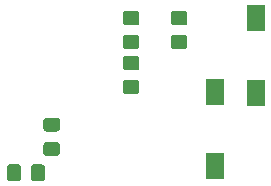
<source format=gbr>
%TF.GenerationSoftware,KiCad,Pcbnew,5.1.5+dfsg1-2build2*%
%TF.CreationDate,2021-07-18T22:40:15+02:00*%
%TF.ProjectId,wb2s,77623273-2e6b-4696-9361-645f70636258,rev?*%
%TF.SameCoordinates,Original*%
%TF.FileFunction,Paste,Bot*%
%TF.FilePolarity,Positive*%
%FSLAX46Y46*%
G04 Gerber Fmt 4.6, Leading zero omitted, Abs format (unit mm)*
G04 Created by KiCad (PCBNEW 5.1.5+dfsg1-2build2) date 2021-07-18 22:40:15*
%MOMM*%
%LPD*%
G04 APERTURE LIST*
%ADD10C,0.100000*%
%ADD11R,1.597660X2.298700*%
G04 APERTURE END LIST*
D10*
%TO.C,R5*%
G36*
X91787505Y-118824204D02*
G01*
X91811773Y-118827804D01*
X91835572Y-118833765D01*
X91858671Y-118842030D01*
X91880850Y-118852520D01*
X91901893Y-118865132D01*
X91921599Y-118879747D01*
X91939777Y-118896223D01*
X91956253Y-118914401D01*
X91970868Y-118934107D01*
X91983480Y-118955150D01*
X91993970Y-118977329D01*
X92002235Y-119000428D01*
X92008196Y-119024227D01*
X92011796Y-119048495D01*
X92013000Y-119072999D01*
X92013000Y-119723001D01*
X92011796Y-119747505D01*
X92008196Y-119771773D01*
X92002235Y-119795572D01*
X91993970Y-119818671D01*
X91983480Y-119840850D01*
X91970868Y-119861893D01*
X91956253Y-119881599D01*
X91939777Y-119899777D01*
X91921599Y-119916253D01*
X91901893Y-119930868D01*
X91880850Y-119943480D01*
X91858671Y-119953970D01*
X91835572Y-119962235D01*
X91811773Y-119968196D01*
X91787505Y-119971796D01*
X91763001Y-119973000D01*
X90862999Y-119973000D01*
X90838495Y-119971796D01*
X90814227Y-119968196D01*
X90790428Y-119962235D01*
X90767329Y-119953970D01*
X90745150Y-119943480D01*
X90724107Y-119930868D01*
X90704401Y-119916253D01*
X90686223Y-119899777D01*
X90669747Y-119881599D01*
X90655132Y-119861893D01*
X90642520Y-119840850D01*
X90632030Y-119818671D01*
X90623765Y-119795572D01*
X90617804Y-119771773D01*
X90614204Y-119747505D01*
X90613000Y-119723001D01*
X90613000Y-119072999D01*
X90614204Y-119048495D01*
X90617804Y-119024227D01*
X90623765Y-119000428D01*
X90632030Y-118977329D01*
X90642520Y-118955150D01*
X90655132Y-118934107D01*
X90669747Y-118914401D01*
X90686223Y-118896223D01*
X90704401Y-118879747D01*
X90724107Y-118865132D01*
X90745150Y-118852520D01*
X90767329Y-118842030D01*
X90790428Y-118833765D01*
X90814227Y-118827804D01*
X90838495Y-118824204D01*
X90862999Y-118823000D01*
X91763001Y-118823000D01*
X91787505Y-118824204D01*
G37*
G36*
X91787505Y-116774204D02*
G01*
X91811773Y-116777804D01*
X91835572Y-116783765D01*
X91858671Y-116792030D01*
X91880850Y-116802520D01*
X91901893Y-116815132D01*
X91921599Y-116829747D01*
X91939777Y-116846223D01*
X91956253Y-116864401D01*
X91970868Y-116884107D01*
X91983480Y-116905150D01*
X91993970Y-116927329D01*
X92002235Y-116950428D01*
X92008196Y-116974227D01*
X92011796Y-116998495D01*
X92013000Y-117022999D01*
X92013000Y-117673001D01*
X92011796Y-117697505D01*
X92008196Y-117721773D01*
X92002235Y-117745572D01*
X91993970Y-117768671D01*
X91983480Y-117790850D01*
X91970868Y-117811893D01*
X91956253Y-117831599D01*
X91939777Y-117849777D01*
X91921599Y-117866253D01*
X91901893Y-117880868D01*
X91880850Y-117893480D01*
X91858671Y-117903970D01*
X91835572Y-117912235D01*
X91811773Y-117918196D01*
X91787505Y-117921796D01*
X91763001Y-117923000D01*
X90862999Y-117923000D01*
X90838495Y-117921796D01*
X90814227Y-117918196D01*
X90790428Y-117912235D01*
X90767329Y-117903970D01*
X90745150Y-117893480D01*
X90724107Y-117880868D01*
X90704401Y-117866253D01*
X90686223Y-117849777D01*
X90669747Y-117831599D01*
X90655132Y-117811893D01*
X90642520Y-117790850D01*
X90632030Y-117768671D01*
X90623765Y-117745572D01*
X90617804Y-117721773D01*
X90614204Y-117697505D01*
X90613000Y-117673001D01*
X90613000Y-117022999D01*
X90614204Y-116998495D01*
X90617804Y-116974227D01*
X90623765Y-116950428D01*
X90632030Y-116927329D01*
X90642520Y-116905150D01*
X90655132Y-116884107D01*
X90669747Y-116864401D01*
X90686223Y-116846223D01*
X90704401Y-116829747D01*
X90724107Y-116815132D01*
X90745150Y-116802520D01*
X90767329Y-116792030D01*
X90790428Y-116783765D01*
X90814227Y-116777804D01*
X90838495Y-116774204D01*
X90862999Y-116773000D01*
X91763001Y-116773000D01*
X91787505Y-116774204D01*
G37*
%TD*%
D11*
%TO.C,SW1*%
X108585000Y-108331000D03*
X108585000Y-114630200D03*
%TD*%
%TO.C,SW2*%
X105156000Y-114554000D03*
X105156000Y-120853200D03*
%TD*%
D10*
%TO.C,R2*%
G36*
X98518505Y-109732204D02*
G01*
X98542773Y-109735804D01*
X98566572Y-109741765D01*
X98589671Y-109750030D01*
X98611850Y-109760520D01*
X98632893Y-109773132D01*
X98652599Y-109787747D01*
X98670777Y-109804223D01*
X98687253Y-109822401D01*
X98701868Y-109842107D01*
X98714480Y-109863150D01*
X98724970Y-109885329D01*
X98733235Y-109908428D01*
X98739196Y-109932227D01*
X98742796Y-109956495D01*
X98744000Y-109980999D01*
X98744000Y-110681001D01*
X98742796Y-110705505D01*
X98739196Y-110729773D01*
X98733235Y-110753572D01*
X98724970Y-110776671D01*
X98714480Y-110798850D01*
X98701868Y-110819893D01*
X98687253Y-110839599D01*
X98670777Y-110857777D01*
X98652599Y-110874253D01*
X98632893Y-110888868D01*
X98611850Y-110901480D01*
X98589671Y-110911970D01*
X98566572Y-110920235D01*
X98542773Y-110926196D01*
X98518505Y-110929796D01*
X98494001Y-110931000D01*
X97593999Y-110931000D01*
X97569495Y-110929796D01*
X97545227Y-110926196D01*
X97521428Y-110920235D01*
X97498329Y-110911970D01*
X97476150Y-110901480D01*
X97455107Y-110888868D01*
X97435401Y-110874253D01*
X97417223Y-110857777D01*
X97400747Y-110839599D01*
X97386132Y-110819893D01*
X97373520Y-110798850D01*
X97363030Y-110776671D01*
X97354765Y-110753572D01*
X97348804Y-110729773D01*
X97345204Y-110705505D01*
X97344000Y-110681001D01*
X97344000Y-109980999D01*
X97345204Y-109956495D01*
X97348804Y-109932227D01*
X97354765Y-109908428D01*
X97363030Y-109885329D01*
X97373520Y-109863150D01*
X97386132Y-109842107D01*
X97400747Y-109822401D01*
X97417223Y-109804223D01*
X97435401Y-109787747D01*
X97455107Y-109773132D01*
X97476150Y-109760520D01*
X97498329Y-109750030D01*
X97521428Y-109741765D01*
X97545227Y-109735804D01*
X97569495Y-109732204D01*
X97593999Y-109731000D01*
X98494001Y-109731000D01*
X98518505Y-109732204D01*
G37*
G36*
X98518505Y-107732204D02*
G01*
X98542773Y-107735804D01*
X98566572Y-107741765D01*
X98589671Y-107750030D01*
X98611850Y-107760520D01*
X98632893Y-107773132D01*
X98652599Y-107787747D01*
X98670777Y-107804223D01*
X98687253Y-107822401D01*
X98701868Y-107842107D01*
X98714480Y-107863150D01*
X98724970Y-107885329D01*
X98733235Y-107908428D01*
X98739196Y-107932227D01*
X98742796Y-107956495D01*
X98744000Y-107980999D01*
X98744000Y-108681001D01*
X98742796Y-108705505D01*
X98739196Y-108729773D01*
X98733235Y-108753572D01*
X98724970Y-108776671D01*
X98714480Y-108798850D01*
X98701868Y-108819893D01*
X98687253Y-108839599D01*
X98670777Y-108857777D01*
X98652599Y-108874253D01*
X98632893Y-108888868D01*
X98611850Y-108901480D01*
X98589671Y-108911970D01*
X98566572Y-108920235D01*
X98542773Y-108926196D01*
X98518505Y-108929796D01*
X98494001Y-108931000D01*
X97593999Y-108931000D01*
X97569495Y-108929796D01*
X97545227Y-108926196D01*
X97521428Y-108920235D01*
X97498329Y-108911970D01*
X97476150Y-108901480D01*
X97455107Y-108888868D01*
X97435401Y-108874253D01*
X97417223Y-108857777D01*
X97400747Y-108839599D01*
X97386132Y-108819893D01*
X97373520Y-108798850D01*
X97363030Y-108776671D01*
X97354765Y-108753572D01*
X97348804Y-108729773D01*
X97345204Y-108705505D01*
X97344000Y-108681001D01*
X97344000Y-107980999D01*
X97345204Y-107956495D01*
X97348804Y-107932227D01*
X97354765Y-107908428D01*
X97363030Y-107885329D01*
X97373520Y-107863150D01*
X97386132Y-107842107D01*
X97400747Y-107822401D01*
X97417223Y-107804223D01*
X97435401Y-107787747D01*
X97455107Y-107773132D01*
X97476150Y-107760520D01*
X97498329Y-107750030D01*
X97521428Y-107741765D01*
X97545227Y-107735804D01*
X97569495Y-107732204D01*
X97593999Y-107731000D01*
X98494001Y-107731000D01*
X98518505Y-107732204D01*
G37*
%TD*%
%TO.C,R1*%
G36*
X102582505Y-109732204D02*
G01*
X102606773Y-109735804D01*
X102630572Y-109741765D01*
X102653671Y-109750030D01*
X102675850Y-109760520D01*
X102696893Y-109773132D01*
X102716599Y-109787747D01*
X102734777Y-109804223D01*
X102751253Y-109822401D01*
X102765868Y-109842107D01*
X102778480Y-109863150D01*
X102788970Y-109885329D01*
X102797235Y-109908428D01*
X102803196Y-109932227D01*
X102806796Y-109956495D01*
X102808000Y-109980999D01*
X102808000Y-110681001D01*
X102806796Y-110705505D01*
X102803196Y-110729773D01*
X102797235Y-110753572D01*
X102788970Y-110776671D01*
X102778480Y-110798850D01*
X102765868Y-110819893D01*
X102751253Y-110839599D01*
X102734777Y-110857777D01*
X102716599Y-110874253D01*
X102696893Y-110888868D01*
X102675850Y-110901480D01*
X102653671Y-110911970D01*
X102630572Y-110920235D01*
X102606773Y-110926196D01*
X102582505Y-110929796D01*
X102558001Y-110931000D01*
X101657999Y-110931000D01*
X101633495Y-110929796D01*
X101609227Y-110926196D01*
X101585428Y-110920235D01*
X101562329Y-110911970D01*
X101540150Y-110901480D01*
X101519107Y-110888868D01*
X101499401Y-110874253D01*
X101481223Y-110857777D01*
X101464747Y-110839599D01*
X101450132Y-110819893D01*
X101437520Y-110798850D01*
X101427030Y-110776671D01*
X101418765Y-110753572D01*
X101412804Y-110729773D01*
X101409204Y-110705505D01*
X101408000Y-110681001D01*
X101408000Y-109980999D01*
X101409204Y-109956495D01*
X101412804Y-109932227D01*
X101418765Y-109908428D01*
X101427030Y-109885329D01*
X101437520Y-109863150D01*
X101450132Y-109842107D01*
X101464747Y-109822401D01*
X101481223Y-109804223D01*
X101499401Y-109787747D01*
X101519107Y-109773132D01*
X101540150Y-109760520D01*
X101562329Y-109750030D01*
X101585428Y-109741765D01*
X101609227Y-109735804D01*
X101633495Y-109732204D01*
X101657999Y-109731000D01*
X102558001Y-109731000D01*
X102582505Y-109732204D01*
G37*
G36*
X102582505Y-107732204D02*
G01*
X102606773Y-107735804D01*
X102630572Y-107741765D01*
X102653671Y-107750030D01*
X102675850Y-107760520D01*
X102696893Y-107773132D01*
X102716599Y-107787747D01*
X102734777Y-107804223D01*
X102751253Y-107822401D01*
X102765868Y-107842107D01*
X102778480Y-107863150D01*
X102788970Y-107885329D01*
X102797235Y-107908428D01*
X102803196Y-107932227D01*
X102806796Y-107956495D01*
X102808000Y-107980999D01*
X102808000Y-108681001D01*
X102806796Y-108705505D01*
X102803196Y-108729773D01*
X102797235Y-108753572D01*
X102788970Y-108776671D01*
X102778480Y-108798850D01*
X102765868Y-108819893D01*
X102751253Y-108839599D01*
X102734777Y-108857777D01*
X102716599Y-108874253D01*
X102696893Y-108888868D01*
X102675850Y-108901480D01*
X102653671Y-108911970D01*
X102630572Y-108920235D01*
X102606773Y-108926196D01*
X102582505Y-108929796D01*
X102558001Y-108931000D01*
X101657999Y-108931000D01*
X101633495Y-108929796D01*
X101609227Y-108926196D01*
X101585428Y-108920235D01*
X101562329Y-108911970D01*
X101540150Y-108901480D01*
X101519107Y-108888868D01*
X101499401Y-108874253D01*
X101481223Y-108857777D01*
X101464747Y-108839599D01*
X101450132Y-108819893D01*
X101437520Y-108798850D01*
X101427030Y-108776671D01*
X101418765Y-108753572D01*
X101412804Y-108729773D01*
X101409204Y-108705505D01*
X101408000Y-108681001D01*
X101408000Y-107980999D01*
X101409204Y-107956495D01*
X101412804Y-107932227D01*
X101418765Y-107908428D01*
X101427030Y-107885329D01*
X101437520Y-107863150D01*
X101450132Y-107842107D01*
X101464747Y-107822401D01*
X101481223Y-107804223D01*
X101499401Y-107787747D01*
X101519107Y-107773132D01*
X101540150Y-107760520D01*
X101562329Y-107750030D01*
X101585428Y-107741765D01*
X101609227Y-107735804D01*
X101633495Y-107732204D01*
X101657999Y-107731000D01*
X102558001Y-107731000D01*
X102582505Y-107732204D01*
G37*
%TD*%
%TO.C,R3*%
G36*
X98518505Y-113542204D02*
G01*
X98542773Y-113545804D01*
X98566572Y-113551765D01*
X98589671Y-113560030D01*
X98611850Y-113570520D01*
X98632893Y-113583132D01*
X98652599Y-113597747D01*
X98670777Y-113614223D01*
X98687253Y-113632401D01*
X98701868Y-113652107D01*
X98714480Y-113673150D01*
X98724970Y-113695329D01*
X98733235Y-113718428D01*
X98739196Y-113742227D01*
X98742796Y-113766495D01*
X98744000Y-113790999D01*
X98744000Y-114491001D01*
X98742796Y-114515505D01*
X98739196Y-114539773D01*
X98733235Y-114563572D01*
X98724970Y-114586671D01*
X98714480Y-114608850D01*
X98701868Y-114629893D01*
X98687253Y-114649599D01*
X98670777Y-114667777D01*
X98652599Y-114684253D01*
X98632893Y-114698868D01*
X98611850Y-114711480D01*
X98589671Y-114721970D01*
X98566572Y-114730235D01*
X98542773Y-114736196D01*
X98518505Y-114739796D01*
X98494001Y-114741000D01*
X97593999Y-114741000D01*
X97569495Y-114739796D01*
X97545227Y-114736196D01*
X97521428Y-114730235D01*
X97498329Y-114721970D01*
X97476150Y-114711480D01*
X97455107Y-114698868D01*
X97435401Y-114684253D01*
X97417223Y-114667777D01*
X97400747Y-114649599D01*
X97386132Y-114629893D01*
X97373520Y-114608850D01*
X97363030Y-114586671D01*
X97354765Y-114563572D01*
X97348804Y-114539773D01*
X97345204Y-114515505D01*
X97344000Y-114491001D01*
X97344000Y-113790999D01*
X97345204Y-113766495D01*
X97348804Y-113742227D01*
X97354765Y-113718428D01*
X97363030Y-113695329D01*
X97373520Y-113673150D01*
X97386132Y-113652107D01*
X97400747Y-113632401D01*
X97417223Y-113614223D01*
X97435401Y-113597747D01*
X97455107Y-113583132D01*
X97476150Y-113570520D01*
X97498329Y-113560030D01*
X97521428Y-113551765D01*
X97545227Y-113545804D01*
X97569495Y-113542204D01*
X97593999Y-113541000D01*
X98494001Y-113541000D01*
X98518505Y-113542204D01*
G37*
G36*
X98518505Y-111542204D02*
G01*
X98542773Y-111545804D01*
X98566572Y-111551765D01*
X98589671Y-111560030D01*
X98611850Y-111570520D01*
X98632893Y-111583132D01*
X98652599Y-111597747D01*
X98670777Y-111614223D01*
X98687253Y-111632401D01*
X98701868Y-111652107D01*
X98714480Y-111673150D01*
X98724970Y-111695329D01*
X98733235Y-111718428D01*
X98739196Y-111742227D01*
X98742796Y-111766495D01*
X98744000Y-111790999D01*
X98744000Y-112491001D01*
X98742796Y-112515505D01*
X98739196Y-112539773D01*
X98733235Y-112563572D01*
X98724970Y-112586671D01*
X98714480Y-112608850D01*
X98701868Y-112629893D01*
X98687253Y-112649599D01*
X98670777Y-112667777D01*
X98652599Y-112684253D01*
X98632893Y-112698868D01*
X98611850Y-112711480D01*
X98589671Y-112721970D01*
X98566572Y-112730235D01*
X98542773Y-112736196D01*
X98518505Y-112739796D01*
X98494001Y-112741000D01*
X97593999Y-112741000D01*
X97569495Y-112739796D01*
X97545227Y-112736196D01*
X97521428Y-112730235D01*
X97498329Y-112721970D01*
X97476150Y-112711480D01*
X97455107Y-112698868D01*
X97435401Y-112684253D01*
X97417223Y-112667777D01*
X97400747Y-112649599D01*
X97386132Y-112629893D01*
X97373520Y-112608850D01*
X97363030Y-112586671D01*
X97354765Y-112563572D01*
X97348804Y-112539773D01*
X97345204Y-112515505D01*
X97344000Y-112491001D01*
X97344000Y-111790999D01*
X97345204Y-111766495D01*
X97348804Y-111742227D01*
X97354765Y-111718428D01*
X97363030Y-111695329D01*
X97373520Y-111673150D01*
X97386132Y-111652107D01*
X97400747Y-111632401D01*
X97417223Y-111614223D01*
X97435401Y-111597747D01*
X97455107Y-111583132D01*
X97476150Y-111570520D01*
X97498329Y-111560030D01*
X97521428Y-111551765D01*
X97545227Y-111545804D01*
X97569495Y-111542204D01*
X97593999Y-111541000D01*
X98494001Y-111541000D01*
X98518505Y-111542204D01*
G37*
%TD*%
%TO.C,R4*%
G36*
X88512505Y-120713204D02*
G01*
X88536773Y-120716804D01*
X88560572Y-120722765D01*
X88583671Y-120731030D01*
X88605850Y-120741520D01*
X88626893Y-120754132D01*
X88646599Y-120768747D01*
X88664777Y-120785223D01*
X88681253Y-120803401D01*
X88695868Y-120823107D01*
X88708480Y-120844150D01*
X88718970Y-120866329D01*
X88727235Y-120889428D01*
X88733196Y-120913227D01*
X88736796Y-120937495D01*
X88738000Y-120961999D01*
X88738000Y-121862001D01*
X88736796Y-121886505D01*
X88733196Y-121910773D01*
X88727235Y-121934572D01*
X88718970Y-121957671D01*
X88708480Y-121979850D01*
X88695868Y-122000893D01*
X88681253Y-122020599D01*
X88664777Y-122038777D01*
X88646599Y-122055253D01*
X88626893Y-122069868D01*
X88605850Y-122082480D01*
X88583671Y-122092970D01*
X88560572Y-122101235D01*
X88536773Y-122107196D01*
X88512505Y-122110796D01*
X88488001Y-122112000D01*
X87787999Y-122112000D01*
X87763495Y-122110796D01*
X87739227Y-122107196D01*
X87715428Y-122101235D01*
X87692329Y-122092970D01*
X87670150Y-122082480D01*
X87649107Y-122069868D01*
X87629401Y-122055253D01*
X87611223Y-122038777D01*
X87594747Y-122020599D01*
X87580132Y-122000893D01*
X87567520Y-121979850D01*
X87557030Y-121957671D01*
X87548765Y-121934572D01*
X87542804Y-121910773D01*
X87539204Y-121886505D01*
X87538000Y-121862001D01*
X87538000Y-120961999D01*
X87539204Y-120937495D01*
X87542804Y-120913227D01*
X87548765Y-120889428D01*
X87557030Y-120866329D01*
X87567520Y-120844150D01*
X87580132Y-120823107D01*
X87594747Y-120803401D01*
X87611223Y-120785223D01*
X87629401Y-120768747D01*
X87649107Y-120754132D01*
X87670150Y-120741520D01*
X87692329Y-120731030D01*
X87715428Y-120722765D01*
X87739227Y-120716804D01*
X87763495Y-120713204D01*
X87787999Y-120712000D01*
X88488001Y-120712000D01*
X88512505Y-120713204D01*
G37*
G36*
X90512505Y-120713204D02*
G01*
X90536773Y-120716804D01*
X90560572Y-120722765D01*
X90583671Y-120731030D01*
X90605850Y-120741520D01*
X90626893Y-120754132D01*
X90646599Y-120768747D01*
X90664777Y-120785223D01*
X90681253Y-120803401D01*
X90695868Y-120823107D01*
X90708480Y-120844150D01*
X90718970Y-120866329D01*
X90727235Y-120889428D01*
X90733196Y-120913227D01*
X90736796Y-120937495D01*
X90738000Y-120961999D01*
X90738000Y-121862001D01*
X90736796Y-121886505D01*
X90733196Y-121910773D01*
X90727235Y-121934572D01*
X90718970Y-121957671D01*
X90708480Y-121979850D01*
X90695868Y-122000893D01*
X90681253Y-122020599D01*
X90664777Y-122038777D01*
X90646599Y-122055253D01*
X90626893Y-122069868D01*
X90605850Y-122082480D01*
X90583671Y-122092970D01*
X90560572Y-122101235D01*
X90536773Y-122107196D01*
X90512505Y-122110796D01*
X90488001Y-122112000D01*
X89787999Y-122112000D01*
X89763495Y-122110796D01*
X89739227Y-122107196D01*
X89715428Y-122101235D01*
X89692329Y-122092970D01*
X89670150Y-122082480D01*
X89649107Y-122069868D01*
X89629401Y-122055253D01*
X89611223Y-122038777D01*
X89594747Y-122020599D01*
X89580132Y-122000893D01*
X89567520Y-121979850D01*
X89557030Y-121957671D01*
X89548765Y-121934572D01*
X89542804Y-121910773D01*
X89539204Y-121886505D01*
X89538000Y-121862001D01*
X89538000Y-120961999D01*
X89539204Y-120937495D01*
X89542804Y-120913227D01*
X89548765Y-120889428D01*
X89557030Y-120866329D01*
X89567520Y-120844150D01*
X89580132Y-120823107D01*
X89594747Y-120803401D01*
X89611223Y-120785223D01*
X89629401Y-120768747D01*
X89649107Y-120754132D01*
X89670150Y-120741520D01*
X89692329Y-120731030D01*
X89715428Y-120722765D01*
X89739227Y-120716804D01*
X89763495Y-120713204D01*
X89787999Y-120712000D01*
X90488001Y-120712000D01*
X90512505Y-120713204D01*
G37*
%TD*%
M02*

</source>
